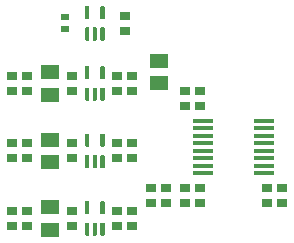
<source format=gbr>
G04 EAGLE Gerber RS-274X export*
G75*
%MOMM*%
%FSLAX34Y34*%
%LPD*%
%INSolderpaste Top*%
%IPPOS*%
%AMOC8*
5,1,8,0,0,1.08239X$1,22.5*%
G01*
%ADD10R,0.700000X0.600000*%
%ADD11R,0.900000X0.700000*%
%ADD12R,1.803400X0.355600*%
%ADD13R,1.500000X1.300000*%

G36*
X588581Y562213D02*
X588581Y562213D01*
X588588Y562218D01*
X588593Y562214D01*
X588746Y562251D01*
X588749Y562256D01*
X588753Y562254D01*
X588898Y562314D01*
X588901Y562319D01*
X588905Y562317D01*
X589039Y562399D01*
X589041Y562405D01*
X589045Y562404D01*
X589164Y562506D01*
X589165Y562511D01*
X589169Y562511D01*
X589271Y562630D01*
X589272Y562636D01*
X589276Y562636D01*
X589358Y562770D01*
X589357Y562776D01*
X589358Y562776D01*
X589362Y562777D01*
X589422Y562922D01*
X589421Y562925D01*
X589423Y562926D01*
X589421Y562928D01*
X589424Y562929D01*
X589461Y563082D01*
X589459Y563088D01*
X589462Y563090D01*
X589474Y563246D01*
X589473Y563249D01*
X589474Y563250D01*
X589474Y572350D01*
X589472Y572352D01*
X589474Y572354D01*
X589462Y572510D01*
X589458Y572514D01*
X589461Y572518D01*
X589424Y572671D01*
X589419Y572674D01*
X589422Y572678D01*
X589362Y572823D01*
X589356Y572826D01*
X589358Y572830D01*
X589276Y572964D01*
X589271Y572966D01*
X589271Y572970D01*
X589169Y573089D01*
X589164Y573090D01*
X589164Y573094D01*
X589045Y573196D01*
X589039Y573197D01*
X589039Y573201D01*
X588905Y573283D01*
X588899Y573282D01*
X588898Y573287D01*
X588753Y573347D01*
X588747Y573345D01*
X588746Y573349D01*
X588593Y573386D01*
X588587Y573384D01*
X588585Y573387D01*
X588429Y573399D01*
X588426Y573397D01*
X588425Y573399D01*
X586469Y573387D01*
X586462Y573382D01*
X586457Y573386D01*
X586304Y573349D01*
X586301Y573344D01*
X586297Y573347D01*
X586152Y573287D01*
X586149Y573281D01*
X586145Y573283D01*
X586011Y573201D01*
X586009Y573196D01*
X586005Y573196D01*
X585886Y573094D01*
X585885Y573089D01*
X585881Y573089D01*
X585779Y572970D01*
X585778Y572964D01*
X585774Y572964D01*
X585692Y572830D01*
X585693Y572824D01*
X585689Y572823D01*
X585629Y572678D01*
X585630Y572672D01*
X585626Y572671D01*
X585589Y572518D01*
X585592Y572512D01*
X585588Y572510D01*
X585576Y572354D01*
X585578Y572351D01*
X585576Y572350D01*
X585576Y563250D01*
X585578Y563248D01*
X585576Y563246D01*
X585588Y563090D01*
X585592Y563086D01*
X585589Y563082D01*
X585626Y562929D01*
X585631Y562926D01*
X585629Y562922D01*
X585689Y562777D01*
X585694Y562774D01*
X585692Y562770D01*
X585774Y562636D01*
X585780Y562634D01*
X585779Y562630D01*
X585881Y562511D01*
X585886Y562510D01*
X585886Y562506D01*
X586005Y562404D01*
X586011Y562403D01*
X586011Y562399D01*
X586145Y562317D01*
X586151Y562318D01*
X586152Y562314D01*
X586297Y562254D01*
X586303Y562255D01*
X586304Y562251D01*
X586457Y562214D01*
X586463Y562217D01*
X586465Y562213D01*
X586621Y562201D01*
X586624Y562203D01*
X586625Y562201D01*
X588581Y562213D01*
G37*
G36*
X575581Y562213D02*
X575581Y562213D01*
X575588Y562218D01*
X575593Y562214D01*
X575746Y562251D01*
X575749Y562256D01*
X575753Y562254D01*
X575898Y562314D01*
X575901Y562319D01*
X575905Y562317D01*
X576039Y562399D01*
X576041Y562405D01*
X576045Y562404D01*
X576164Y562506D01*
X576165Y562511D01*
X576169Y562511D01*
X576271Y562630D01*
X576272Y562636D01*
X576276Y562636D01*
X576358Y562770D01*
X576357Y562776D01*
X576358Y562776D01*
X576362Y562777D01*
X576422Y562922D01*
X576421Y562925D01*
X576423Y562926D01*
X576421Y562928D01*
X576424Y562929D01*
X576461Y563082D01*
X576459Y563088D01*
X576462Y563090D01*
X576474Y563246D01*
X576473Y563249D01*
X576474Y563250D01*
X576474Y572350D01*
X576472Y572352D01*
X576474Y572354D01*
X576462Y572510D01*
X576458Y572514D01*
X576461Y572518D01*
X576424Y572671D01*
X576419Y572674D01*
X576422Y572678D01*
X576362Y572823D01*
X576356Y572826D01*
X576358Y572830D01*
X576276Y572964D01*
X576271Y572966D01*
X576271Y572970D01*
X576169Y573089D01*
X576164Y573090D01*
X576164Y573094D01*
X576045Y573196D01*
X576039Y573197D01*
X576039Y573201D01*
X575905Y573283D01*
X575899Y573282D01*
X575898Y573287D01*
X575753Y573347D01*
X575747Y573345D01*
X575746Y573349D01*
X575593Y573386D01*
X575587Y573384D01*
X575585Y573387D01*
X575429Y573399D01*
X575426Y573397D01*
X575425Y573399D01*
X573469Y573387D01*
X573462Y573382D01*
X573457Y573386D01*
X573304Y573349D01*
X573301Y573344D01*
X573297Y573347D01*
X573152Y573287D01*
X573149Y573281D01*
X573145Y573283D01*
X573011Y573201D01*
X573009Y573196D01*
X573005Y573196D01*
X572886Y573094D01*
X572885Y573089D01*
X572881Y573089D01*
X572779Y572970D01*
X572778Y572964D01*
X572774Y572964D01*
X572692Y572830D01*
X572693Y572824D01*
X572689Y572823D01*
X572629Y572678D01*
X572630Y572672D01*
X572626Y572671D01*
X572589Y572518D01*
X572592Y572512D01*
X572588Y572510D01*
X572576Y572354D01*
X572578Y572351D01*
X572576Y572350D01*
X572576Y563250D01*
X572578Y563248D01*
X572576Y563246D01*
X572588Y563090D01*
X572592Y563086D01*
X572589Y563082D01*
X572626Y562929D01*
X572631Y562926D01*
X572629Y562922D01*
X572689Y562777D01*
X572694Y562774D01*
X572692Y562770D01*
X572774Y562636D01*
X572780Y562634D01*
X572779Y562630D01*
X572881Y562511D01*
X572886Y562510D01*
X572886Y562506D01*
X573005Y562404D01*
X573011Y562403D01*
X573011Y562399D01*
X573145Y562317D01*
X573151Y562318D01*
X573152Y562314D01*
X573297Y562254D01*
X573303Y562255D01*
X573304Y562251D01*
X573457Y562214D01*
X573463Y562217D01*
X573465Y562213D01*
X573621Y562201D01*
X573624Y562203D01*
X573625Y562201D01*
X575581Y562213D01*
G37*
G36*
X582081Y544213D02*
X582081Y544213D01*
X582088Y544218D01*
X582093Y544214D01*
X582246Y544251D01*
X582249Y544256D01*
X582253Y544254D01*
X582398Y544314D01*
X582401Y544319D01*
X582405Y544317D01*
X582539Y544399D01*
X582541Y544405D01*
X582545Y544404D01*
X582664Y544506D01*
X582665Y544511D01*
X582669Y544511D01*
X582771Y544630D01*
X582772Y544636D01*
X582776Y544636D01*
X582858Y544770D01*
X582857Y544776D01*
X582858Y544776D01*
X582862Y544777D01*
X582922Y544922D01*
X582921Y544925D01*
X582923Y544926D01*
X582921Y544928D01*
X582924Y544929D01*
X582961Y545082D01*
X582959Y545088D01*
X582962Y545090D01*
X582974Y545246D01*
X582973Y545249D01*
X582974Y545250D01*
X582974Y554350D01*
X582972Y554352D01*
X582974Y554354D01*
X582962Y554510D01*
X582958Y554514D01*
X582961Y554518D01*
X582924Y554671D01*
X582919Y554674D01*
X582922Y554678D01*
X582862Y554823D01*
X582856Y554826D01*
X582858Y554830D01*
X582776Y554964D01*
X582771Y554966D01*
X582771Y554970D01*
X582669Y555089D01*
X582664Y555090D01*
X582664Y555094D01*
X582545Y555196D01*
X582539Y555197D01*
X582539Y555201D01*
X582405Y555283D01*
X582399Y555282D01*
X582398Y555287D01*
X582253Y555347D01*
X582247Y555345D01*
X582246Y555349D01*
X582093Y555386D01*
X582087Y555384D01*
X582085Y555387D01*
X581929Y555399D01*
X581926Y555397D01*
X581925Y555399D01*
X579969Y555387D01*
X579962Y555382D01*
X579957Y555386D01*
X579804Y555349D01*
X579801Y555344D01*
X579797Y555347D01*
X579652Y555287D01*
X579649Y555281D01*
X579645Y555283D01*
X579511Y555201D01*
X579509Y555196D01*
X579505Y555196D01*
X579386Y555094D01*
X579385Y555089D01*
X579381Y555089D01*
X579279Y554970D01*
X579278Y554964D01*
X579274Y554964D01*
X579192Y554830D01*
X579193Y554824D01*
X579189Y554823D01*
X579129Y554678D01*
X579130Y554672D01*
X579126Y554671D01*
X579089Y554518D01*
X579092Y554512D01*
X579088Y554510D01*
X579076Y554354D01*
X579078Y554351D01*
X579076Y554350D01*
X579076Y545250D01*
X579078Y545248D01*
X579076Y545246D01*
X579088Y545090D01*
X579092Y545086D01*
X579089Y545082D01*
X579126Y544929D01*
X579131Y544926D01*
X579129Y544922D01*
X579189Y544777D01*
X579194Y544774D01*
X579192Y544770D01*
X579274Y544636D01*
X579280Y544634D01*
X579279Y544630D01*
X579381Y544511D01*
X579386Y544510D01*
X579386Y544506D01*
X579505Y544404D01*
X579511Y544403D01*
X579511Y544399D01*
X579645Y544317D01*
X579651Y544318D01*
X579652Y544314D01*
X579797Y544254D01*
X579803Y544255D01*
X579804Y544251D01*
X579957Y544214D01*
X579963Y544217D01*
X579965Y544213D01*
X580121Y544201D01*
X580124Y544203D01*
X580125Y544201D01*
X582081Y544213D01*
G37*
G36*
X588581Y544213D02*
X588581Y544213D01*
X588588Y544218D01*
X588593Y544214D01*
X588746Y544251D01*
X588749Y544256D01*
X588753Y544254D01*
X588898Y544314D01*
X588901Y544319D01*
X588905Y544317D01*
X589039Y544399D01*
X589041Y544405D01*
X589045Y544404D01*
X589164Y544506D01*
X589165Y544511D01*
X589169Y544511D01*
X589271Y544630D01*
X589272Y544636D01*
X589276Y544636D01*
X589358Y544770D01*
X589357Y544776D01*
X589358Y544776D01*
X589362Y544777D01*
X589422Y544922D01*
X589421Y544925D01*
X589423Y544926D01*
X589421Y544928D01*
X589424Y544929D01*
X589461Y545082D01*
X589459Y545088D01*
X589462Y545090D01*
X589474Y545246D01*
X589473Y545249D01*
X589474Y545250D01*
X589474Y554350D01*
X589472Y554352D01*
X589474Y554354D01*
X589462Y554510D01*
X589458Y554514D01*
X589461Y554518D01*
X589424Y554671D01*
X589419Y554674D01*
X589422Y554678D01*
X589362Y554823D01*
X589356Y554826D01*
X589358Y554830D01*
X589276Y554964D01*
X589271Y554966D01*
X589271Y554970D01*
X589169Y555089D01*
X589164Y555090D01*
X589164Y555094D01*
X589045Y555196D01*
X589039Y555197D01*
X589039Y555201D01*
X588905Y555283D01*
X588899Y555282D01*
X588898Y555287D01*
X588753Y555347D01*
X588747Y555345D01*
X588746Y555349D01*
X588593Y555386D01*
X588587Y555384D01*
X588585Y555387D01*
X588429Y555399D01*
X588426Y555397D01*
X588425Y555399D01*
X586469Y555387D01*
X586462Y555382D01*
X586457Y555386D01*
X586304Y555349D01*
X586301Y555344D01*
X586297Y555347D01*
X586152Y555287D01*
X586149Y555281D01*
X586145Y555283D01*
X586011Y555201D01*
X586009Y555196D01*
X586005Y555196D01*
X585886Y555094D01*
X585885Y555089D01*
X585881Y555089D01*
X585779Y554970D01*
X585778Y554964D01*
X585774Y554964D01*
X585692Y554830D01*
X585693Y554824D01*
X585689Y554823D01*
X585629Y554678D01*
X585630Y554672D01*
X585626Y554671D01*
X585589Y554518D01*
X585592Y554512D01*
X585588Y554510D01*
X585576Y554354D01*
X585578Y554351D01*
X585576Y554350D01*
X585576Y545250D01*
X585578Y545248D01*
X585576Y545246D01*
X585588Y545090D01*
X585592Y545086D01*
X585589Y545082D01*
X585626Y544929D01*
X585631Y544926D01*
X585629Y544922D01*
X585689Y544777D01*
X585694Y544774D01*
X585692Y544770D01*
X585774Y544636D01*
X585780Y544634D01*
X585779Y544630D01*
X585881Y544511D01*
X585886Y544510D01*
X585886Y544506D01*
X586005Y544404D01*
X586011Y544403D01*
X586011Y544399D01*
X586145Y544317D01*
X586151Y544318D01*
X586152Y544314D01*
X586297Y544254D01*
X586303Y544255D01*
X586304Y544251D01*
X586457Y544214D01*
X586463Y544217D01*
X586465Y544213D01*
X586621Y544201D01*
X586624Y544203D01*
X586625Y544201D01*
X588581Y544213D01*
G37*
G36*
X575581Y544213D02*
X575581Y544213D01*
X575588Y544218D01*
X575593Y544214D01*
X575746Y544251D01*
X575749Y544256D01*
X575753Y544254D01*
X575898Y544314D01*
X575901Y544319D01*
X575905Y544317D01*
X576039Y544399D01*
X576041Y544405D01*
X576045Y544404D01*
X576164Y544506D01*
X576165Y544511D01*
X576169Y544511D01*
X576271Y544630D01*
X576272Y544636D01*
X576276Y544636D01*
X576358Y544770D01*
X576357Y544776D01*
X576358Y544776D01*
X576362Y544777D01*
X576422Y544922D01*
X576421Y544925D01*
X576423Y544926D01*
X576421Y544928D01*
X576424Y544929D01*
X576461Y545082D01*
X576459Y545088D01*
X576462Y545090D01*
X576474Y545246D01*
X576473Y545249D01*
X576474Y545250D01*
X576474Y554350D01*
X576472Y554352D01*
X576474Y554354D01*
X576462Y554510D01*
X576458Y554514D01*
X576461Y554518D01*
X576424Y554671D01*
X576419Y554674D01*
X576422Y554678D01*
X576362Y554823D01*
X576356Y554826D01*
X576358Y554830D01*
X576276Y554964D01*
X576271Y554966D01*
X576271Y554970D01*
X576169Y555089D01*
X576164Y555090D01*
X576164Y555094D01*
X576045Y555196D01*
X576039Y555197D01*
X576039Y555201D01*
X575905Y555283D01*
X575899Y555282D01*
X575898Y555287D01*
X575753Y555347D01*
X575747Y555345D01*
X575746Y555349D01*
X575593Y555386D01*
X575587Y555384D01*
X575585Y555387D01*
X575429Y555399D01*
X575426Y555397D01*
X575425Y555399D01*
X573469Y555387D01*
X573462Y555382D01*
X573457Y555386D01*
X573304Y555349D01*
X573301Y555344D01*
X573297Y555347D01*
X573152Y555287D01*
X573149Y555281D01*
X573145Y555283D01*
X573011Y555201D01*
X573009Y555196D01*
X573005Y555196D01*
X572886Y555094D01*
X572885Y555089D01*
X572881Y555089D01*
X572779Y554970D01*
X572778Y554964D01*
X572774Y554964D01*
X572692Y554830D01*
X572693Y554824D01*
X572689Y554823D01*
X572629Y554678D01*
X572630Y554672D01*
X572626Y554671D01*
X572589Y554518D01*
X572592Y554512D01*
X572588Y554510D01*
X572576Y554354D01*
X572578Y554351D01*
X572576Y554350D01*
X572576Y545250D01*
X572578Y545248D01*
X572576Y545246D01*
X572588Y545090D01*
X572592Y545086D01*
X572589Y545082D01*
X572626Y544929D01*
X572631Y544926D01*
X572629Y544922D01*
X572689Y544777D01*
X572694Y544774D01*
X572692Y544770D01*
X572774Y544636D01*
X572780Y544634D01*
X572779Y544630D01*
X572881Y544511D01*
X572886Y544510D01*
X572886Y544506D01*
X573005Y544404D01*
X573011Y544403D01*
X573011Y544399D01*
X573145Y544317D01*
X573151Y544318D01*
X573152Y544314D01*
X573297Y544254D01*
X573303Y544255D01*
X573304Y544251D01*
X573457Y544214D01*
X573463Y544217D01*
X573465Y544213D01*
X573621Y544201D01*
X573624Y544203D01*
X573625Y544201D01*
X575581Y544213D01*
G37*
G36*
X588581Y511613D02*
X588581Y511613D01*
X588588Y511618D01*
X588593Y511614D01*
X588746Y511651D01*
X588749Y511656D01*
X588753Y511654D01*
X588898Y511714D01*
X588901Y511719D01*
X588905Y511717D01*
X589039Y511799D01*
X589041Y511805D01*
X589045Y511804D01*
X589164Y511906D01*
X589165Y511911D01*
X589169Y511911D01*
X589271Y512030D01*
X589272Y512036D01*
X589276Y512036D01*
X589358Y512170D01*
X589357Y512176D01*
X589358Y512176D01*
X589362Y512177D01*
X589422Y512322D01*
X589421Y512325D01*
X589423Y512326D01*
X589421Y512328D01*
X589424Y512329D01*
X589461Y512482D01*
X589459Y512488D01*
X589462Y512490D01*
X589474Y512646D01*
X589473Y512649D01*
X589474Y512650D01*
X589474Y521550D01*
X589472Y521552D01*
X589474Y521554D01*
X589462Y521710D01*
X589458Y521714D01*
X589461Y521718D01*
X589424Y521871D01*
X589419Y521874D01*
X589422Y521878D01*
X589362Y522023D01*
X589356Y522026D01*
X589358Y522030D01*
X589276Y522164D01*
X589271Y522166D01*
X589271Y522170D01*
X589169Y522289D01*
X589164Y522290D01*
X589164Y522294D01*
X589045Y522396D01*
X589039Y522397D01*
X589039Y522401D01*
X588905Y522483D01*
X588899Y522482D01*
X588898Y522487D01*
X588753Y522547D01*
X588747Y522545D01*
X588746Y522549D01*
X588593Y522586D01*
X588587Y522584D01*
X588585Y522587D01*
X588429Y522599D01*
X588426Y522597D01*
X588425Y522599D01*
X586469Y522587D01*
X586464Y522584D01*
X586460Y522584D01*
X586457Y522586D01*
X586304Y522549D01*
X586301Y522544D01*
X586297Y522547D01*
X586152Y522487D01*
X586149Y522481D01*
X586145Y522483D01*
X586011Y522401D01*
X586009Y522396D01*
X586005Y522396D01*
X585886Y522294D01*
X585885Y522289D01*
X585881Y522289D01*
X585779Y522170D01*
X585778Y522164D01*
X585774Y522164D01*
X585692Y522030D01*
X585693Y522024D01*
X585689Y522023D01*
X585629Y521878D01*
X585630Y521872D01*
X585626Y521871D01*
X585589Y521718D01*
X585591Y521712D01*
X585590Y521711D01*
X585588Y521710D01*
X585576Y521554D01*
X585578Y521551D01*
X585576Y521550D01*
X585576Y512650D01*
X585578Y512648D01*
X585576Y512646D01*
X585588Y512490D01*
X585592Y512486D01*
X585589Y512482D01*
X585626Y512329D01*
X585631Y512326D01*
X585629Y512322D01*
X585689Y512177D01*
X585694Y512174D01*
X585692Y512170D01*
X585774Y512036D01*
X585780Y512034D01*
X585779Y512030D01*
X585881Y511911D01*
X585886Y511910D01*
X585886Y511906D01*
X586005Y511804D01*
X586011Y511803D01*
X586011Y511799D01*
X586145Y511717D01*
X586151Y511718D01*
X586152Y511714D01*
X586297Y511654D01*
X586303Y511655D01*
X586304Y511651D01*
X586457Y511614D01*
X586463Y511617D01*
X586465Y511613D01*
X586621Y511601D01*
X586624Y511603D01*
X586625Y511601D01*
X588581Y511613D01*
G37*
G36*
X575581Y511613D02*
X575581Y511613D01*
X575588Y511618D01*
X575593Y511614D01*
X575746Y511651D01*
X575749Y511656D01*
X575753Y511654D01*
X575898Y511714D01*
X575901Y511719D01*
X575905Y511717D01*
X576039Y511799D01*
X576041Y511805D01*
X576045Y511804D01*
X576164Y511906D01*
X576165Y511911D01*
X576169Y511911D01*
X576271Y512030D01*
X576272Y512036D01*
X576276Y512036D01*
X576358Y512170D01*
X576357Y512176D01*
X576358Y512176D01*
X576362Y512177D01*
X576422Y512322D01*
X576421Y512325D01*
X576423Y512326D01*
X576421Y512328D01*
X576424Y512329D01*
X576461Y512482D01*
X576459Y512488D01*
X576462Y512490D01*
X576474Y512646D01*
X576473Y512649D01*
X576474Y512650D01*
X576474Y521550D01*
X576472Y521552D01*
X576474Y521554D01*
X576462Y521710D01*
X576458Y521714D01*
X576461Y521718D01*
X576424Y521871D01*
X576419Y521874D01*
X576422Y521878D01*
X576362Y522023D01*
X576356Y522026D01*
X576358Y522030D01*
X576276Y522164D01*
X576271Y522166D01*
X576271Y522170D01*
X576169Y522289D01*
X576164Y522290D01*
X576164Y522294D01*
X576045Y522396D01*
X576039Y522397D01*
X576039Y522401D01*
X575905Y522483D01*
X575899Y522482D01*
X575898Y522487D01*
X575753Y522547D01*
X575747Y522545D01*
X575746Y522549D01*
X575593Y522586D01*
X575587Y522584D01*
X575585Y522587D01*
X575429Y522599D01*
X575426Y522597D01*
X575425Y522599D01*
X573469Y522587D01*
X573464Y522584D01*
X573460Y522584D01*
X573457Y522586D01*
X573304Y522549D01*
X573301Y522544D01*
X573297Y522547D01*
X573152Y522487D01*
X573149Y522481D01*
X573145Y522483D01*
X573011Y522401D01*
X573009Y522396D01*
X573005Y522396D01*
X572886Y522294D01*
X572885Y522289D01*
X572881Y522289D01*
X572779Y522170D01*
X572778Y522164D01*
X572774Y522164D01*
X572692Y522030D01*
X572693Y522024D01*
X572689Y522023D01*
X572629Y521878D01*
X572630Y521872D01*
X572626Y521871D01*
X572589Y521718D01*
X572591Y521712D01*
X572590Y521711D01*
X572588Y521710D01*
X572576Y521554D01*
X572578Y521551D01*
X572576Y521550D01*
X572576Y512650D01*
X572578Y512648D01*
X572576Y512646D01*
X572588Y512490D01*
X572592Y512486D01*
X572589Y512482D01*
X572626Y512329D01*
X572631Y512326D01*
X572629Y512322D01*
X572689Y512177D01*
X572694Y512174D01*
X572692Y512170D01*
X572774Y512036D01*
X572780Y512034D01*
X572779Y512030D01*
X572881Y511911D01*
X572886Y511910D01*
X572886Y511906D01*
X573005Y511804D01*
X573011Y511803D01*
X573011Y511799D01*
X573145Y511717D01*
X573151Y511718D01*
X573152Y511714D01*
X573297Y511654D01*
X573303Y511655D01*
X573304Y511651D01*
X573457Y511614D01*
X573463Y511617D01*
X573465Y511613D01*
X573621Y511601D01*
X573624Y511603D01*
X573625Y511601D01*
X575581Y511613D01*
G37*
G36*
X588581Y493413D02*
X588581Y493413D01*
X588588Y493418D01*
X588593Y493414D01*
X588746Y493451D01*
X588749Y493456D01*
X588753Y493454D01*
X588898Y493514D01*
X588901Y493519D01*
X588905Y493517D01*
X589039Y493599D01*
X589041Y493605D01*
X589045Y493604D01*
X589164Y493706D01*
X589165Y493711D01*
X589169Y493711D01*
X589271Y493830D01*
X589272Y493836D01*
X589276Y493836D01*
X589358Y493970D01*
X589357Y493976D01*
X589358Y493976D01*
X589362Y493977D01*
X589422Y494122D01*
X589421Y494125D01*
X589423Y494126D01*
X589421Y494128D01*
X589424Y494129D01*
X589461Y494282D01*
X589459Y494288D01*
X589462Y494290D01*
X589474Y494446D01*
X589473Y494449D01*
X589474Y494450D01*
X589474Y503350D01*
X589472Y503352D01*
X589474Y503354D01*
X589462Y503510D01*
X589458Y503514D01*
X589461Y503518D01*
X589424Y503671D01*
X589419Y503674D01*
X589422Y503678D01*
X589362Y503823D01*
X589356Y503826D01*
X589358Y503830D01*
X589276Y503964D01*
X589271Y503966D01*
X589271Y503970D01*
X589169Y504089D01*
X589164Y504090D01*
X589164Y504094D01*
X589045Y504196D01*
X589039Y504197D01*
X589039Y504201D01*
X588905Y504283D01*
X588899Y504282D01*
X588898Y504287D01*
X588753Y504347D01*
X588747Y504345D01*
X588746Y504349D01*
X588593Y504386D01*
X588587Y504384D01*
X588585Y504387D01*
X588429Y504399D01*
X588426Y504397D01*
X588425Y504399D01*
X586469Y504387D01*
X586464Y504384D01*
X586460Y504384D01*
X586457Y504386D01*
X586304Y504349D01*
X586301Y504344D01*
X586297Y504347D01*
X586152Y504287D01*
X586149Y504281D01*
X586145Y504283D01*
X586011Y504201D01*
X586009Y504196D01*
X586005Y504196D01*
X585886Y504094D01*
X585885Y504089D01*
X585881Y504089D01*
X585779Y503970D01*
X585778Y503964D01*
X585774Y503964D01*
X585692Y503830D01*
X585693Y503824D01*
X585689Y503823D01*
X585629Y503678D01*
X585630Y503672D01*
X585626Y503671D01*
X585589Y503518D01*
X585591Y503512D01*
X585590Y503511D01*
X585588Y503510D01*
X585576Y503354D01*
X585578Y503351D01*
X585576Y503350D01*
X585576Y494450D01*
X585578Y494448D01*
X585576Y494446D01*
X585588Y494290D01*
X585592Y494286D01*
X585589Y494282D01*
X585626Y494129D01*
X585631Y494126D01*
X585629Y494122D01*
X585689Y493977D01*
X585694Y493974D01*
X585692Y493970D01*
X585774Y493836D01*
X585780Y493834D01*
X585779Y493830D01*
X585881Y493711D01*
X585886Y493710D01*
X585886Y493706D01*
X586005Y493604D01*
X586011Y493603D01*
X586011Y493599D01*
X586145Y493517D01*
X586151Y493518D01*
X586152Y493514D01*
X586297Y493454D01*
X586303Y493455D01*
X586304Y493451D01*
X586457Y493414D01*
X586463Y493417D01*
X586465Y493413D01*
X586621Y493401D01*
X586624Y493403D01*
X586625Y493401D01*
X588581Y493413D01*
G37*
G36*
X575581Y493413D02*
X575581Y493413D01*
X575588Y493418D01*
X575593Y493414D01*
X575746Y493451D01*
X575749Y493456D01*
X575753Y493454D01*
X575898Y493514D01*
X575901Y493519D01*
X575905Y493517D01*
X576039Y493599D01*
X576041Y493605D01*
X576045Y493604D01*
X576164Y493706D01*
X576165Y493711D01*
X576169Y493711D01*
X576271Y493830D01*
X576272Y493836D01*
X576276Y493836D01*
X576358Y493970D01*
X576357Y493976D01*
X576358Y493976D01*
X576362Y493977D01*
X576422Y494122D01*
X576421Y494125D01*
X576423Y494126D01*
X576421Y494128D01*
X576424Y494129D01*
X576461Y494282D01*
X576459Y494288D01*
X576462Y494290D01*
X576474Y494446D01*
X576473Y494449D01*
X576474Y494450D01*
X576474Y503350D01*
X576472Y503352D01*
X576474Y503354D01*
X576462Y503510D01*
X576458Y503514D01*
X576461Y503518D01*
X576424Y503671D01*
X576419Y503674D01*
X576422Y503678D01*
X576362Y503823D01*
X576356Y503826D01*
X576358Y503830D01*
X576276Y503964D01*
X576271Y503966D01*
X576271Y503970D01*
X576169Y504089D01*
X576164Y504090D01*
X576164Y504094D01*
X576045Y504196D01*
X576039Y504197D01*
X576039Y504201D01*
X575905Y504283D01*
X575899Y504282D01*
X575898Y504287D01*
X575753Y504347D01*
X575747Y504345D01*
X575746Y504349D01*
X575593Y504386D01*
X575587Y504384D01*
X575585Y504387D01*
X575429Y504399D01*
X575426Y504397D01*
X575425Y504399D01*
X573469Y504387D01*
X573464Y504384D01*
X573460Y504384D01*
X573457Y504386D01*
X573304Y504349D01*
X573301Y504344D01*
X573297Y504347D01*
X573152Y504287D01*
X573149Y504281D01*
X573145Y504283D01*
X573011Y504201D01*
X573009Y504196D01*
X573005Y504196D01*
X572886Y504094D01*
X572885Y504089D01*
X572881Y504089D01*
X572779Y503970D01*
X572778Y503964D01*
X572774Y503964D01*
X572692Y503830D01*
X572693Y503824D01*
X572689Y503823D01*
X572629Y503678D01*
X572630Y503672D01*
X572626Y503671D01*
X572589Y503518D01*
X572591Y503512D01*
X572590Y503511D01*
X572588Y503510D01*
X572576Y503354D01*
X572578Y503351D01*
X572576Y503350D01*
X572576Y494450D01*
X572578Y494448D01*
X572576Y494446D01*
X572588Y494290D01*
X572592Y494286D01*
X572589Y494282D01*
X572626Y494129D01*
X572631Y494126D01*
X572629Y494122D01*
X572689Y493977D01*
X572694Y493974D01*
X572692Y493970D01*
X572774Y493836D01*
X572780Y493834D01*
X572779Y493830D01*
X572881Y493711D01*
X572886Y493710D01*
X572886Y493706D01*
X573005Y493604D01*
X573011Y493603D01*
X573011Y493599D01*
X573145Y493517D01*
X573151Y493518D01*
X573152Y493514D01*
X573297Y493454D01*
X573303Y493455D01*
X573304Y493451D01*
X573457Y493414D01*
X573463Y493417D01*
X573465Y493413D01*
X573621Y493401D01*
X573624Y493403D01*
X573625Y493401D01*
X575581Y493413D01*
G37*
G36*
X582081Y493413D02*
X582081Y493413D01*
X582088Y493418D01*
X582093Y493414D01*
X582246Y493451D01*
X582249Y493456D01*
X582253Y493454D01*
X582398Y493514D01*
X582401Y493519D01*
X582405Y493517D01*
X582539Y493599D01*
X582541Y493605D01*
X582545Y493604D01*
X582664Y493706D01*
X582665Y493711D01*
X582669Y493711D01*
X582771Y493830D01*
X582772Y493836D01*
X582776Y493836D01*
X582858Y493970D01*
X582857Y493976D01*
X582858Y493976D01*
X582862Y493977D01*
X582922Y494122D01*
X582921Y494125D01*
X582923Y494126D01*
X582921Y494128D01*
X582924Y494129D01*
X582961Y494282D01*
X582959Y494288D01*
X582962Y494290D01*
X582974Y494446D01*
X582973Y494449D01*
X582974Y494450D01*
X582974Y503350D01*
X582972Y503352D01*
X582974Y503354D01*
X582962Y503510D01*
X582958Y503514D01*
X582961Y503518D01*
X582924Y503671D01*
X582919Y503674D01*
X582922Y503678D01*
X582862Y503823D01*
X582856Y503826D01*
X582858Y503830D01*
X582776Y503964D01*
X582771Y503966D01*
X582771Y503970D01*
X582669Y504089D01*
X582664Y504090D01*
X582664Y504094D01*
X582545Y504196D01*
X582539Y504197D01*
X582539Y504201D01*
X582405Y504283D01*
X582399Y504282D01*
X582398Y504287D01*
X582253Y504347D01*
X582247Y504345D01*
X582246Y504349D01*
X582093Y504386D01*
X582087Y504384D01*
X582085Y504387D01*
X581929Y504399D01*
X581926Y504397D01*
X581925Y504399D01*
X579969Y504387D01*
X579964Y504384D01*
X579960Y504384D01*
X579957Y504386D01*
X579804Y504349D01*
X579801Y504344D01*
X579797Y504347D01*
X579652Y504287D01*
X579649Y504281D01*
X579645Y504283D01*
X579511Y504201D01*
X579509Y504196D01*
X579505Y504196D01*
X579386Y504094D01*
X579385Y504089D01*
X579381Y504089D01*
X579279Y503970D01*
X579278Y503964D01*
X579274Y503964D01*
X579192Y503830D01*
X579193Y503824D01*
X579189Y503823D01*
X579129Y503678D01*
X579130Y503672D01*
X579126Y503671D01*
X579089Y503518D01*
X579091Y503512D01*
X579090Y503511D01*
X579088Y503510D01*
X579076Y503354D01*
X579078Y503351D01*
X579076Y503350D01*
X579076Y494450D01*
X579078Y494448D01*
X579076Y494446D01*
X579088Y494290D01*
X579092Y494286D01*
X579089Y494282D01*
X579126Y494129D01*
X579131Y494126D01*
X579129Y494122D01*
X579189Y493977D01*
X579194Y493974D01*
X579192Y493970D01*
X579274Y493836D01*
X579280Y493834D01*
X579279Y493830D01*
X579381Y493711D01*
X579386Y493710D01*
X579386Y493706D01*
X579505Y493604D01*
X579511Y493603D01*
X579511Y493599D01*
X579645Y493517D01*
X579651Y493518D01*
X579652Y493514D01*
X579797Y493454D01*
X579803Y493455D01*
X579804Y493451D01*
X579957Y493414D01*
X579963Y493417D01*
X579965Y493413D01*
X580121Y493401D01*
X580124Y493403D01*
X580125Y493401D01*
X582081Y493413D01*
G37*
G36*
X588581Y454463D02*
X588581Y454463D01*
X588588Y454468D01*
X588593Y454464D01*
X588746Y454501D01*
X588749Y454506D01*
X588753Y454504D01*
X588898Y454564D01*
X588901Y454569D01*
X588905Y454567D01*
X589039Y454649D01*
X589041Y454655D01*
X589045Y454654D01*
X589164Y454756D01*
X589165Y454761D01*
X589169Y454761D01*
X589271Y454880D01*
X589272Y454886D01*
X589276Y454886D01*
X589358Y455020D01*
X589357Y455026D01*
X589358Y455026D01*
X589362Y455027D01*
X589422Y455172D01*
X589421Y455175D01*
X589423Y455176D01*
X589421Y455178D01*
X589424Y455179D01*
X589461Y455332D01*
X589459Y455338D01*
X589462Y455340D01*
X589474Y455496D01*
X589473Y455499D01*
X589474Y455500D01*
X589474Y464400D01*
X589472Y464402D01*
X589474Y464404D01*
X589462Y464560D01*
X589458Y464564D01*
X589461Y464568D01*
X589424Y464721D01*
X589419Y464724D01*
X589422Y464728D01*
X589362Y464873D01*
X589356Y464876D01*
X589358Y464880D01*
X589276Y465014D01*
X589271Y465016D01*
X589271Y465020D01*
X589169Y465139D01*
X589164Y465140D01*
X589164Y465144D01*
X589045Y465246D01*
X589039Y465247D01*
X589039Y465251D01*
X588905Y465333D01*
X588899Y465332D01*
X588898Y465337D01*
X588753Y465397D01*
X588747Y465395D01*
X588746Y465399D01*
X588593Y465436D01*
X588587Y465434D01*
X588585Y465437D01*
X588429Y465449D01*
X588426Y465447D01*
X588425Y465449D01*
X586469Y465437D01*
X586464Y465434D01*
X586460Y465434D01*
X586457Y465436D01*
X586304Y465399D01*
X586301Y465394D01*
X586297Y465397D01*
X586152Y465337D01*
X586149Y465331D01*
X586145Y465333D01*
X586011Y465251D01*
X586009Y465246D01*
X586005Y465246D01*
X585886Y465144D01*
X585885Y465139D01*
X585881Y465139D01*
X585779Y465020D01*
X585778Y465014D01*
X585774Y465014D01*
X585692Y464880D01*
X585693Y464874D01*
X585689Y464873D01*
X585629Y464728D01*
X585630Y464722D01*
X585626Y464721D01*
X585589Y464568D01*
X585591Y464562D01*
X585590Y464561D01*
X585588Y464560D01*
X585576Y464404D01*
X585578Y464401D01*
X585576Y464400D01*
X585576Y455500D01*
X585578Y455498D01*
X585576Y455496D01*
X585588Y455340D01*
X585592Y455336D01*
X585589Y455332D01*
X585626Y455179D01*
X585631Y455176D01*
X585629Y455172D01*
X585689Y455027D01*
X585694Y455024D01*
X585692Y455020D01*
X585774Y454886D01*
X585780Y454884D01*
X585779Y454880D01*
X585881Y454761D01*
X585886Y454760D01*
X585886Y454756D01*
X586005Y454654D01*
X586011Y454653D01*
X586011Y454649D01*
X586145Y454567D01*
X586151Y454568D01*
X586152Y454564D01*
X586297Y454504D01*
X586303Y454505D01*
X586304Y454501D01*
X586457Y454464D01*
X586463Y454467D01*
X586465Y454463D01*
X586621Y454451D01*
X586624Y454453D01*
X586625Y454451D01*
X588581Y454463D01*
G37*
G36*
X575581Y454463D02*
X575581Y454463D01*
X575588Y454468D01*
X575593Y454464D01*
X575746Y454501D01*
X575749Y454506D01*
X575753Y454504D01*
X575898Y454564D01*
X575901Y454569D01*
X575905Y454567D01*
X576039Y454649D01*
X576041Y454655D01*
X576045Y454654D01*
X576164Y454756D01*
X576165Y454761D01*
X576169Y454761D01*
X576271Y454880D01*
X576272Y454886D01*
X576276Y454886D01*
X576358Y455020D01*
X576357Y455026D01*
X576358Y455026D01*
X576362Y455027D01*
X576422Y455172D01*
X576421Y455175D01*
X576423Y455176D01*
X576421Y455178D01*
X576424Y455179D01*
X576461Y455332D01*
X576459Y455338D01*
X576462Y455340D01*
X576474Y455496D01*
X576473Y455499D01*
X576474Y455500D01*
X576474Y464400D01*
X576472Y464402D01*
X576474Y464404D01*
X576462Y464560D01*
X576458Y464564D01*
X576461Y464568D01*
X576424Y464721D01*
X576419Y464724D01*
X576422Y464728D01*
X576362Y464873D01*
X576356Y464876D01*
X576358Y464880D01*
X576276Y465014D01*
X576271Y465016D01*
X576271Y465020D01*
X576169Y465139D01*
X576164Y465140D01*
X576164Y465144D01*
X576045Y465246D01*
X576039Y465247D01*
X576039Y465251D01*
X575905Y465333D01*
X575899Y465332D01*
X575898Y465337D01*
X575753Y465397D01*
X575747Y465395D01*
X575746Y465399D01*
X575593Y465436D01*
X575587Y465434D01*
X575585Y465437D01*
X575429Y465449D01*
X575426Y465447D01*
X575425Y465449D01*
X573469Y465437D01*
X573464Y465434D01*
X573460Y465434D01*
X573457Y465436D01*
X573304Y465399D01*
X573301Y465394D01*
X573297Y465397D01*
X573152Y465337D01*
X573149Y465331D01*
X573145Y465333D01*
X573011Y465251D01*
X573009Y465246D01*
X573005Y465246D01*
X572886Y465144D01*
X572885Y465139D01*
X572881Y465139D01*
X572779Y465020D01*
X572778Y465014D01*
X572774Y465014D01*
X572692Y464880D01*
X572693Y464874D01*
X572689Y464873D01*
X572629Y464728D01*
X572630Y464722D01*
X572626Y464721D01*
X572589Y464568D01*
X572591Y464562D01*
X572590Y464561D01*
X572588Y464560D01*
X572576Y464404D01*
X572578Y464401D01*
X572576Y464400D01*
X572576Y455500D01*
X572578Y455498D01*
X572576Y455496D01*
X572588Y455340D01*
X572592Y455336D01*
X572589Y455332D01*
X572626Y455179D01*
X572631Y455176D01*
X572629Y455172D01*
X572689Y455027D01*
X572694Y455024D01*
X572692Y455020D01*
X572774Y454886D01*
X572780Y454884D01*
X572779Y454880D01*
X572881Y454761D01*
X572886Y454760D01*
X572886Y454756D01*
X573005Y454654D01*
X573011Y454653D01*
X573011Y454649D01*
X573145Y454567D01*
X573151Y454568D01*
X573152Y454564D01*
X573297Y454504D01*
X573303Y454505D01*
X573304Y454501D01*
X573457Y454464D01*
X573463Y454467D01*
X573465Y454463D01*
X573621Y454451D01*
X573624Y454453D01*
X573625Y454451D01*
X575581Y454463D01*
G37*
G36*
X575581Y436263D02*
X575581Y436263D01*
X575588Y436268D01*
X575593Y436264D01*
X575746Y436301D01*
X575749Y436306D01*
X575753Y436304D01*
X575898Y436364D01*
X575901Y436369D01*
X575905Y436367D01*
X576039Y436449D01*
X576041Y436455D01*
X576045Y436454D01*
X576164Y436556D01*
X576165Y436561D01*
X576169Y436561D01*
X576271Y436680D01*
X576272Y436686D01*
X576276Y436686D01*
X576358Y436820D01*
X576357Y436826D01*
X576358Y436826D01*
X576362Y436827D01*
X576422Y436972D01*
X576421Y436975D01*
X576423Y436976D01*
X576421Y436978D01*
X576424Y436979D01*
X576461Y437132D01*
X576459Y437138D01*
X576462Y437140D01*
X576474Y437296D01*
X576473Y437299D01*
X576474Y437300D01*
X576474Y446200D01*
X576472Y446202D01*
X576474Y446204D01*
X576462Y446360D01*
X576458Y446364D01*
X576461Y446368D01*
X576424Y446521D01*
X576419Y446524D01*
X576422Y446528D01*
X576362Y446673D01*
X576356Y446676D01*
X576358Y446680D01*
X576276Y446814D01*
X576271Y446816D01*
X576271Y446820D01*
X576169Y446939D01*
X576164Y446940D01*
X576164Y446944D01*
X576045Y447046D01*
X576039Y447047D01*
X576039Y447051D01*
X575905Y447133D01*
X575899Y447132D01*
X575898Y447137D01*
X575753Y447197D01*
X575747Y447195D01*
X575746Y447199D01*
X575593Y447236D01*
X575587Y447234D01*
X575585Y447237D01*
X575429Y447249D01*
X575426Y447247D01*
X575425Y447249D01*
X573469Y447237D01*
X573464Y447234D01*
X573460Y447234D01*
X573457Y447236D01*
X573304Y447199D01*
X573301Y447194D01*
X573297Y447197D01*
X573152Y447137D01*
X573149Y447131D01*
X573145Y447133D01*
X573011Y447051D01*
X573009Y447046D01*
X573005Y447046D01*
X572886Y446944D01*
X572885Y446939D01*
X572881Y446939D01*
X572779Y446820D01*
X572778Y446814D01*
X572774Y446814D01*
X572692Y446680D01*
X572693Y446674D01*
X572689Y446673D01*
X572629Y446528D01*
X572630Y446522D01*
X572626Y446521D01*
X572589Y446368D01*
X572591Y446362D01*
X572590Y446361D01*
X572588Y446360D01*
X572576Y446204D01*
X572578Y446201D01*
X572576Y446200D01*
X572576Y437300D01*
X572578Y437298D01*
X572576Y437296D01*
X572588Y437140D01*
X572592Y437136D01*
X572589Y437132D01*
X572626Y436979D01*
X572631Y436976D01*
X572629Y436972D01*
X572689Y436827D01*
X572694Y436824D01*
X572692Y436820D01*
X572774Y436686D01*
X572780Y436684D01*
X572779Y436680D01*
X572881Y436561D01*
X572886Y436560D01*
X572886Y436556D01*
X573005Y436454D01*
X573011Y436453D01*
X573011Y436449D01*
X573145Y436367D01*
X573151Y436368D01*
X573152Y436364D01*
X573297Y436304D01*
X573303Y436305D01*
X573304Y436301D01*
X573457Y436264D01*
X573463Y436267D01*
X573465Y436263D01*
X573621Y436251D01*
X573624Y436253D01*
X573625Y436251D01*
X575581Y436263D01*
G37*
G36*
X588581Y436263D02*
X588581Y436263D01*
X588588Y436268D01*
X588593Y436264D01*
X588746Y436301D01*
X588749Y436306D01*
X588753Y436304D01*
X588898Y436364D01*
X588901Y436369D01*
X588905Y436367D01*
X589039Y436449D01*
X589041Y436455D01*
X589045Y436454D01*
X589164Y436556D01*
X589165Y436561D01*
X589169Y436561D01*
X589271Y436680D01*
X589272Y436686D01*
X589276Y436686D01*
X589358Y436820D01*
X589357Y436826D01*
X589358Y436826D01*
X589362Y436827D01*
X589422Y436972D01*
X589421Y436975D01*
X589423Y436976D01*
X589421Y436978D01*
X589424Y436979D01*
X589461Y437132D01*
X589459Y437138D01*
X589462Y437140D01*
X589474Y437296D01*
X589473Y437299D01*
X589474Y437300D01*
X589474Y446200D01*
X589472Y446202D01*
X589474Y446204D01*
X589462Y446360D01*
X589458Y446364D01*
X589461Y446368D01*
X589424Y446521D01*
X589419Y446524D01*
X589422Y446528D01*
X589362Y446673D01*
X589356Y446676D01*
X589358Y446680D01*
X589276Y446814D01*
X589271Y446816D01*
X589271Y446820D01*
X589169Y446939D01*
X589164Y446940D01*
X589164Y446944D01*
X589045Y447046D01*
X589039Y447047D01*
X589039Y447051D01*
X588905Y447133D01*
X588899Y447132D01*
X588898Y447137D01*
X588753Y447197D01*
X588747Y447195D01*
X588746Y447199D01*
X588593Y447236D01*
X588587Y447234D01*
X588585Y447237D01*
X588429Y447249D01*
X588426Y447247D01*
X588425Y447249D01*
X586469Y447237D01*
X586464Y447234D01*
X586460Y447234D01*
X586457Y447236D01*
X586304Y447199D01*
X586301Y447194D01*
X586297Y447197D01*
X586152Y447137D01*
X586149Y447131D01*
X586145Y447133D01*
X586011Y447051D01*
X586009Y447046D01*
X586005Y447046D01*
X585886Y446944D01*
X585885Y446939D01*
X585881Y446939D01*
X585779Y446820D01*
X585778Y446814D01*
X585774Y446814D01*
X585692Y446680D01*
X585693Y446674D01*
X585689Y446673D01*
X585629Y446528D01*
X585630Y446522D01*
X585626Y446521D01*
X585589Y446368D01*
X585591Y446362D01*
X585590Y446361D01*
X585588Y446360D01*
X585576Y446204D01*
X585578Y446201D01*
X585576Y446200D01*
X585576Y437300D01*
X585578Y437298D01*
X585576Y437296D01*
X585588Y437140D01*
X585592Y437136D01*
X585589Y437132D01*
X585626Y436979D01*
X585631Y436976D01*
X585629Y436972D01*
X585689Y436827D01*
X585694Y436824D01*
X585692Y436820D01*
X585774Y436686D01*
X585780Y436684D01*
X585779Y436680D01*
X585881Y436561D01*
X585886Y436560D01*
X585886Y436556D01*
X586005Y436454D01*
X586011Y436453D01*
X586011Y436449D01*
X586145Y436367D01*
X586151Y436368D01*
X586152Y436364D01*
X586297Y436304D01*
X586303Y436305D01*
X586304Y436301D01*
X586457Y436264D01*
X586463Y436267D01*
X586465Y436263D01*
X586621Y436251D01*
X586624Y436253D01*
X586625Y436251D01*
X588581Y436263D01*
G37*
G36*
X582081Y436263D02*
X582081Y436263D01*
X582088Y436268D01*
X582093Y436264D01*
X582246Y436301D01*
X582249Y436306D01*
X582253Y436304D01*
X582398Y436364D01*
X582401Y436369D01*
X582405Y436367D01*
X582539Y436449D01*
X582541Y436455D01*
X582545Y436454D01*
X582664Y436556D01*
X582665Y436561D01*
X582669Y436561D01*
X582771Y436680D01*
X582772Y436686D01*
X582776Y436686D01*
X582858Y436820D01*
X582857Y436826D01*
X582858Y436826D01*
X582862Y436827D01*
X582922Y436972D01*
X582921Y436975D01*
X582923Y436976D01*
X582921Y436978D01*
X582924Y436979D01*
X582961Y437132D01*
X582959Y437138D01*
X582962Y437140D01*
X582974Y437296D01*
X582973Y437299D01*
X582974Y437300D01*
X582974Y446200D01*
X582972Y446202D01*
X582974Y446204D01*
X582962Y446360D01*
X582958Y446364D01*
X582961Y446368D01*
X582924Y446521D01*
X582919Y446524D01*
X582922Y446528D01*
X582862Y446673D01*
X582856Y446676D01*
X582858Y446680D01*
X582776Y446814D01*
X582771Y446816D01*
X582771Y446820D01*
X582669Y446939D01*
X582664Y446940D01*
X582664Y446944D01*
X582545Y447046D01*
X582539Y447047D01*
X582539Y447051D01*
X582405Y447133D01*
X582399Y447132D01*
X582398Y447137D01*
X582253Y447197D01*
X582247Y447195D01*
X582246Y447199D01*
X582093Y447236D01*
X582087Y447234D01*
X582085Y447237D01*
X581929Y447249D01*
X581926Y447247D01*
X581925Y447249D01*
X579969Y447237D01*
X579964Y447234D01*
X579960Y447234D01*
X579957Y447236D01*
X579804Y447199D01*
X579801Y447194D01*
X579797Y447197D01*
X579652Y447137D01*
X579649Y447131D01*
X579645Y447133D01*
X579511Y447051D01*
X579509Y447046D01*
X579505Y447046D01*
X579386Y446944D01*
X579385Y446939D01*
X579381Y446939D01*
X579279Y446820D01*
X579278Y446814D01*
X579274Y446814D01*
X579192Y446680D01*
X579193Y446674D01*
X579189Y446673D01*
X579129Y446528D01*
X579130Y446522D01*
X579126Y446521D01*
X579089Y446368D01*
X579091Y446362D01*
X579090Y446361D01*
X579088Y446360D01*
X579076Y446204D01*
X579078Y446201D01*
X579076Y446200D01*
X579076Y437300D01*
X579078Y437298D01*
X579076Y437296D01*
X579088Y437140D01*
X579092Y437136D01*
X579089Y437132D01*
X579126Y436979D01*
X579131Y436976D01*
X579129Y436972D01*
X579189Y436827D01*
X579194Y436824D01*
X579192Y436820D01*
X579274Y436686D01*
X579280Y436684D01*
X579279Y436680D01*
X579381Y436561D01*
X579386Y436560D01*
X579386Y436556D01*
X579505Y436454D01*
X579511Y436453D01*
X579511Y436449D01*
X579645Y436367D01*
X579651Y436368D01*
X579652Y436364D01*
X579797Y436304D01*
X579803Y436305D01*
X579804Y436301D01*
X579957Y436264D01*
X579963Y436267D01*
X579965Y436263D01*
X580121Y436251D01*
X580124Y436253D01*
X580125Y436251D01*
X582081Y436263D01*
G37*
G36*
X588581Y397313D02*
X588581Y397313D01*
X588588Y397318D01*
X588593Y397314D01*
X588746Y397351D01*
X588749Y397356D01*
X588753Y397354D01*
X588898Y397414D01*
X588901Y397419D01*
X588905Y397417D01*
X589039Y397499D01*
X589041Y397505D01*
X589045Y397504D01*
X589164Y397606D01*
X589165Y397611D01*
X589169Y397611D01*
X589271Y397730D01*
X589272Y397736D01*
X589276Y397736D01*
X589358Y397870D01*
X589357Y397876D01*
X589358Y397876D01*
X589362Y397877D01*
X589422Y398022D01*
X589421Y398025D01*
X589423Y398026D01*
X589421Y398028D01*
X589424Y398029D01*
X589461Y398182D01*
X589459Y398188D01*
X589462Y398190D01*
X589474Y398346D01*
X589473Y398349D01*
X589474Y398350D01*
X589474Y407250D01*
X589472Y407252D01*
X589474Y407254D01*
X589462Y407410D01*
X589458Y407414D01*
X589461Y407418D01*
X589424Y407571D01*
X589419Y407574D01*
X589422Y407578D01*
X589362Y407723D01*
X589356Y407726D01*
X589358Y407730D01*
X589276Y407864D01*
X589271Y407866D01*
X589271Y407870D01*
X589169Y407989D01*
X589164Y407990D01*
X589164Y407994D01*
X589045Y408096D01*
X589039Y408097D01*
X589039Y408101D01*
X588905Y408183D01*
X588899Y408182D01*
X588898Y408187D01*
X588753Y408247D01*
X588747Y408245D01*
X588746Y408249D01*
X588593Y408286D01*
X588587Y408284D01*
X588585Y408287D01*
X588429Y408299D01*
X588426Y408297D01*
X588425Y408299D01*
X586469Y408287D01*
X586464Y408284D01*
X586460Y408284D01*
X586457Y408286D01*
X586304Y408249D01*
X586301Y408244D01*
X586297Y408247D01*
X586152Y408187D01*
X586149Y408181D01*
X586145Y408183D01*
X586011Y408101D01*
X586009Y408096D01*
X586005Y408096D01*
X585886Y407994D01*
X585885Y407989D01*
X585881Y407989D01*
X585779Y407870D01*
X585778Y407864D01*
X585774Y407864D01*
X585692Y407730D01*
X585693Y407724D01*
X585689Y407723D01*
X585629Y407578D01*
X585630Y407572D01*
X585626Y407571D01*
X585589Y407418D01*
X585591Y407412D01*
X585590Y407411D01*
X585588Y407410D01*
X585576Y407254D01*
X585578Y407251D01*
X585576Y407250D01*
X585576Y398350D01*
X585578Y398348D01*
X585576Y398346D01*
X585588Y398190D01*
X585592Y398186D01*
X585589Y398182D01*
X585626Y398029D01*
X585631Y398026D01*
X585629Y398022D01*
X585689Y397877D01*
X585694Y397874D01*
X585692Y397870D01*
X585774Y397736D01*
X585780Y397734D01*
X585779Y397730D01*
X585881Y397611D01*
X585886Y397610D01*
X585886Y397606D01*
X586005Y397504D01*
X586011Y397503D01*
X586011Y397499D01*
X586145Y397417D01*
X586151Y397418D01*
X586152Y397414D01*
X586297Y397354D01*
X586303Y397355D01*
X586304Y397351D01*
X586457Y397314D01*
X586463Y397317D01*
X586465Y397313D01*
X586621Y397301D01*
X586624Y397303D01*
X586625Y397301D01*
X588581Y397313D01*
G37*
G36*
X575581Y397313D02*
X575581Y397313D01*
X575588Y397318D01*
X575593Y397314D01*
X575746Y397351D01*
X575749Y397356D01*
X575753Y397354D01*
X575898Y397414D01*
X575901Y397419D01*
X575905Y397417D01*
X576039Y397499D01*
X576041Y397505D01*
X576045Y397504D01*
X576164Y397606D01*
X576165Y397611D01*
X576169Y397611D01*
X576271Y397730D01*
X576272Y397736D01*
X576276Y397736D01*
X576358Y397870D01*
X576357Y397876D01*
X576358Y397876D01*
X576362Y397877D01*
X576422Y398022D01*
X576421Y398025D01*
X576423Y398026D01*
X576421Y398028D01*
X576424Y398029D01*
X576461Y398182D01*
X576459Y398188D01*
X576462Y398190D01*
X576474Y398346D01*
X576473Y398349D01*
X576474Y398350D01*
X576474Y407250D01*
X576472Y407252D01*
X576474Y407254D01*
X576462Y407410D01*
X576458Y407414D01*
X576461Y407418D01*
X576424Y407571D01*
X576419Y407574D01*
X576422Y407578D01*
X576362Y407723D01*
X576356Y407726D01*
X576358Y407730D01*
X576276Y407864D01*
X576271Y407866D01*
X576271Y407870D01*
X576169Y407989D01*
X576164Y407990D01*
X576164Y407994D01*
X576045Y408096D01*
X576039Y408097D01*
X576039Y408101D01*
X575905Y408183D01*
X575899Y408182D01*
X575898Y408187D01*
X575753Y408247D01*
X575747Y408245D01*
X575746Y408249D01*
X575593Y408286D01*
X575587Y408284D01*
X575585Y408287D01*
X575429Y408299D01*
X575426Y408297D01*
X575425Y408299D01*
X573469Y408287D01*
X573464Y408284D01*
X573460Y408284D01*
X573457Y408286D01*
X573304Y408249D01*
X573301Y408244D01*
X573297Y408247D01*
X573152Y408187D01*
X573149Y408181D01*
X573145Y408183D01*
X573011Y408101D01*
X573009Y408096D01*
X573005Y408096D01*
X572886Y407994D01*
X572885Y407989D01*
X572881Y407989D01*
X572779Y407870D01*
X572778Y407864D01*
X572774Y407864D01*
X572692Y407730D01*
X572693Y407724D01*
X572689Y407723D01*
X572629Y407578D01*
X572630Y407572D01*
X572626Y407571D01*
X572589Y407418D01*
X572591Y407412D01*
X572590Y407411D01*
X572588Y407410D01*
X572576Y407254D01*
X572578Y407251D01*
X572576Y407250D01*
X572576Y398350D01*
X572578Y398348D01*
X572576Y398346D01*
X572588Y398190D01*
X572592Y398186D01*
X572589Y398182D01*
X572626Y398029D01*
X572631Y398026D01*
X572629Y398022D01*
X572689Y397877D01*
X572694Y397874D01*
X572692Y397870D01*
X572774Y397736D01*
X572780Y397734D01*
X572779Y397730D01*
X572881Y397611D01*
X572886Y397610D01*
X572886Y397606D01*
X573005Y397504D01*
X573011Y397503D01*
X573011Y397499D01*
X573145Y397417D01*
X573151Y397418D01*
X573152Y397414D01*
X573297Y397354D01*
X573303Y397355D01*
X573304Y397351D01*
X573457Y397314D01*
X573463Y397317D01*
X573465Y397313D01*
X573621Y397301D01*
X573624Y397303D01*
X573625Y397301D01*
X575581Y397313D01*
G37*
G36*
X575581Y379113D02*
X575581Y379113D01*
X575588Y379118D01*
X575593Y379114D01*
X575746Y379151D01*
X575749Y379156D01*
X575753Y379154D01*
X575898Y379214D01*
X575901Y379219D01*
X575905Y379217D01*
X576039Y379299D01*
X576041Y379305D01*
X576045Y379304D01*
X576164Y379406D01*
X576165Y379411D01*
X576169Y379411D01*
X576271Y379530D01*
X576272Y379536D01*
X576276Y379536D01*
X576358Y379670D01*
X576357Y379676D01*
X576358Y379676D01*
X576362Y379677D01*
X576422Y379822D01*
X576421Y379825D01*
X576423Y379826D01*
X576421Y379828D01*
X576424Y379829D01*
X576461Y379982D01*
X576459Y379988D01*
X576462Y379990D01*
X576474Y380146D01*
X576473Y380149D01*
X576474Y380150D01*
X576474Y389050D01*
X576472Y389052D01*
X576474Y389054D01*
X576462Y389210D01*
X576458Y389214D01*
X576461Y389218D01*
X576424Y389371D01*
X576419Y389374D01*
X576422Y389378D01*
X576362Y389523D01*
X576356Y389526D01*
X576358Y389530D01*
X576276Y389664D01*
X576271Y389666D01*
X576271Y389670D01*
X576169Y389789D01*
X576164Y389790D01*
X576164Y389794D01*
X576045Y389896D01*
X576039Y389897D01*
X576039Y389901D01*
X575905Y389983D01*
X575899Y389982D01*
X575898Y389987D01*
X575753Y390047D01*
X575747Y390045D01*
X575746Y390049D01*
X575593Y390086D01*
X575587Y390084D01*
X575585Y390087D01*
X575429Y390099D01*
X575426Y390097D01*
X575425Y390099D01*
X573469Y390087D01*
X573464Y390084D01*
X573460Y390084D01*
X573457Y390086D01*
X573304Y390049D01*
X573301Y390044D01*
X573297Y390047D01*
X573152Y389987D01*
X573149Y389981D01*
X573145Y389983D01*
X573011Y389901D01*
X573009Y389896D01*
X573005Y389896D01*
X572886Y389794D01*
X572885Y389789D01*
X572881Y389789D01*
X572779Y389670D01*
X572778Y389664D01*
X572774Y389664D01*
X572692Y389530D01*
X572693Y389524D01*
X572689Y389523D01*
X572629Y389378D01*
X572630Y389372D01*
X572626Y389371D01*
X572589Y389218D01*
X572591Y389212D01*
X572590Y389211D01*
X572588Y389210D01*
X572576Y389054D01*
X572578Y389051D01*
X572576Y389050D01*
X572576Y380150D01*
X572578Y380148D01*
X572576Y380146D01*
X572588Y379990D01*
X572592Y379986D01*
X572589Y379982D01*
X572626Y379829D01*
X572631Y379826D01*
X572629Y379822D01*
X572689Y379677D01*
X572694Y379674D01*
X572692Y379670D01*
X572774Y379536D01*
X572780Y379534D01*
X572779Y379530D01*
X572881Y379411D01*
X572886Y379410D01*
X572886Y379406D01*
X573005Y379304D01*
X573011Y379303D01*
X573011Y379299D01*
X573145Y379217D01*
X573151Y379218D01*
X573152Y379214D01*
X573297Y379154D01*
X573303Y379155D01*
X573304Y379151D01*
X573457Y379114D01*
X573463Y379117D01*
X573465Y379113D01*
X573621Y379101D01*
X573624Y379103D01*
X573625Y379101D01*
X575581Y379113D01*
G37*
G36*
X588581Y379113D02*
X588581Y379113D01*
X588588Y379118D01*
X588593Y379114D01*
X588746Y379151D01*
X588749Y379156D01*
X588753Y379154D01*
X588898Y379214D01*
X588901Y379219D01*
X588905Y379217D01*
X589039Y379299D01*
X589041Y379305D01*
X589045Y379304D01*
X589164Y379406D01*
X589165Y379411D01*
X589169Y379411D01*
X589271Y379530D01*
X589272Y379536D01*
X589276Y379536D01*
X589358Y379670D01*
X589357Y379676D01*
X589358Y379676D01*
X589362Y379677D01*
X589422Y379822D01*
X589421Y379825D01*
X589423Y379826D01*
X589421Y379828D01*
X589424Y379829D01*
X589461Y379982D01*
X589459Y379988D01*
X589462Y379990D01*
X589474Y380146D01*
X589473Y380149D01*
X589474Y380150D01*
X589474Y389050D01*
X589472Y389052D01*
X589474Y389054D01*
X589462Y389210D01*
X589458Y389214D01*
X589461Y389218D01*
X589424Y389371D01*
X589419Y389374D01*
X589422Y389378D01*
X589362Y389523D01*
X589356Y389526D01*
X589358Y389530D01*
X589276Y389664D01*
X589271Y389666D01*
X589271Y389670D01*
X589169Y389789D01*
X589164Y389790D01*
X589164Y389794D01*
X589045Y389896D01*
X589039Y389897D01*
X589039Y389901D01*
X588905Y389983D01*
X588899Y389982D01*
X588898Y389987D01*
X588753Y390047D01*
X588747Y390045D01*
X588746Y390049D01*
X588593Y390086D01*
X588587Y390084D01*
X588585Y390087D01*
X588429Y390099D01*
X588426Y390097D01*
X588425Y390099D01*
X586469Y390087D01*
X586464Y390084D01*
X586460Y390084D01*
X586457Y390086D01*
X586304Y390049D01*
X586301Y390044D01*
X586297Y390047D01*
X586152Y389987D01*
X586149Y389981D01*
X586145Y389983D01*
X586011Y389901D01*
X586009Y389896D01*
X586005Y389896D01*
X585886Y389794D01*
X585885Y389789D01*
X585881Y389789D01*
X585779Y389670D01*
X585778Y389664D01*
X585774Y389664D01*
X585692Y389530D01*
X585693Y389524D01*
X585689Y389523D01*
X585629Y389378D01*
X585630Y389372D01*
X585626Y389371D01*
X585589Y389218D01*
X585591Y389212D01*
X585590Y389211D01*
X585588Y389210D01*
X585576Y389054D01*
X585578Y389051D01*
X585576Y389050D01*
X585576Y380150D01*
X585578Y380148D01*
X585576Y380146D01*
X585588Y379990D01*
X585592Y379986D01*
X585589Y379982D01*
X585626Y379829D01*
X585631Y379826D01*
X585629Y379822D01*
X585689Y379677D01*
X585694Y379674D01*
X585692Y379670D01*
X585774Y379536D01*
X585780Y379534D01*
X585779Y379530D01*
X585881Y379411D01*
X585886Y379410D01*
X585886Y379406D01*
X586005Y379304D01*
X586011Y379303D01*
X586011Y379299D01*
X586145Y379217D01*
X586151Y379218D01*
X586152Y379214D01*
X586297Y379154D01*
X586303Y379155D01*
X586304Y379151D01*
X586457Y379114D01*
X586463Y379117D01*
X586465Y379113D01*
X586621Y379101D01*
X586624Y379103D01*
X586625Y379101D01*
X588581Y379113D01*
G37*
G36*
X582081Y379113D02*
X582081Y379113D01*
X582088Y379118D01*
X582093Y379114D01*
X582246Y379151D01*
X582249Y379156D01*
X582253Y379154D01*
X582398Y379214D01*
X582401Y379219D01*
X582405Y379217D01*
X582539Y379299D01*
X582541Y379305D01*
X582545Y379304D01*
X582664Y379406D01*
X582665Y379411D01*
X582669Y379411D01*
X582771Y379530D01*
X582772Y379536D01*
X582776Y379536D01*
X582858Y379670D01*
X582857Y379676D01*
X582858Y379676D01*
X582862Y379677D01*
X582922Y379822D01*
X582921Y379825D01*
X582923Y379826D01*
X582921Y379828D01*
X582924Y379829D01*
X582961Y379982D01*
X582959Y379988D01*
X582962Y379990D01*
X582974Y380146D01*
X582973Y380149D01*
X582974Y380150D01*
X582974Y389050D01*
X582972Y389052D01*
X582974Y389054D01*
X582962Y389210D01*
X582958Y389214D01*
X582961Y389218D01*
X582924Y389371D01*
X582919Y389374D01*
X582922Y389378D01*
X582862Y389523D01*
X582856Y389526D01*
X582858Y389530D01*
X582776Y389664D01*
X582771Y389666D01*
X582771Y389670D01*
X582669Y389789D01*
X582664Y389790D01*
X582664Y389794D01*
X582545Y389896D01*
X582539Y389897D01*
X582539Y389901D01*
X582405Y389983D01*
X582399Y389982D01*
X582398Y389987D01*
X582253Y390047D01*
X582247Y390045D01*
X582246Y390049D01*
X582093Y390086D01*
X582087Y390084D01*
X582085Y390087D01*
X581929Y390099D01*
X581926Y390097D01*
X581925Y390099D01*
X579969Y390087D01*
X579964Y390084D01*
X579960Y390084D01*
X579957Y390086D01*
X579804Y390049D01*
X579801Y390044D01*
X579797Y390047D01*
X579652Y389987D01*
X579649Y389981D01*
X579645Y389983D01*
X579511Y389901D01*
X579509Y389896D01*
X579505Y389896D01*
X579386Y389794D01*
X579385Y389789D01*
X579381Y389789D01*
X579279Y389670D01*
X579278Y389664D01*
X579274Y389664D01*
X579192Y389530D01*
X579193Y389524D01*
X579189Y389523D01*
X579129Y389378D01*
X579130Y389372D01*
X579126Y389371D01*
X579089Y389218D01*
X579091Y389212D01*
X579090Y389211D01*
X579088Y389210D01*
X579076Y389054D01*
X579078Y389051D01*
X579076Y389050D01*
X579076Y380150D01*
X579078Y380148D01*
X579076Y380146D01*
X579088Y379990D01*
X579092Y379986D01*
X579089Y379982D01*
X579126Y379829D01*
X579131Y379826D01*
X579129Y379822D01*
X579189Y379677D01*
X579194Y379674D01*
X579192Y379670D01*
X579274Y379536D01*
X579280Y379534D01*
X579279Y379530D01*
X579381Y379411D01*
X579386Y379410D01*
X579386Y379406D01*
X579505Y379304D01*
X579511Y379303D01*
X579511Y379299D01*
X579645Y379217D01*
X579651Y379218D01*
X579652Y379214D01*
X579797Y379154D01*
X579803Y379155D01*
X579804Y379151D01*
X579957Y379114D01*
X579963Y379117D01*
X579965Y379113D01*
X580121Y379101D01*
X580124Y379103D01*
X580125Y379101D01*
X582081Y379113D01*
G37*
D10*
X555625Y553800D03*
X555625Y563800D03*
D11*
X606425Y565300D03*
X606425Y552300D03*
D12*
X672973Y476250D03*
X672973Y469900D03*
X672973Y463550D03*
X672973Y457200D03*
X672973Y450850D03*
X672973Y444500D03*
X672973Y438150D03*
X672973Y431800D03*
X724027Y431800D03*
X724027Y438150D03*
X724027Y444500D03*
X724027Y450850D03*
X724027Y457200D03*
X724027Y463550D03*
X724027Y469900D03*
X724027Y476250D03*
D11*
X657225Y419250D03*
X657225Y406250D03*
X669925Y419250D03*
X669925Y406250D03*
X657225Y488800D03*
X657225Y501800D03*
X669925Y488800D03*
X669925Y501800D03*
X727075Y419250D03*
X727075Y406250D03*
X739775Y419250D03*
X739775Y406250D03*
X641350Y419250D03*
X641350Y406250D03*
D13*
X542925Y517500D03*
X542925Y498500D03*
D11*
X561975Y514500D03*
X561975Y501500D03*
X523875Y514500D03*
X523875Y501500D03*
X511175Y501500D03*
X511175Y514500D03*
X600075Y501500D03*
X600075Y514500D03*
X612775Y501500D03*
X612775Y514500D03*
D13*
X542925Y460350D03*
X542925Y441350D03*
D11*
X561975Y457350D03*
X561975Y444350D03*
X523875Y457350D03*
X523875Y444350D03*
X511175Y444350D03*
X511175Y457350D03*
X600075Y444350D03*
X600075Y457350D03*
D13*
X542925Y403200D03*
X542925Y384200D03*
D11*
X561975Y400200D03*
X561975Y387200D03*
X523875Y400200D03*
X523875Y387200D03*
X511175Y387200D03*
X511175Y400200D03*
X600075Y387200D03*
X600075Y400200D03*
X612775Y444350D03*
X612775Y457350D03*
X612775Y387200D03*
X612775Y400200D03*
X628650Y419250D03*
X628650Y406250D03*
D13*
X635000Y527025D03*
X635000Y508025D03*
M02*

</source>
